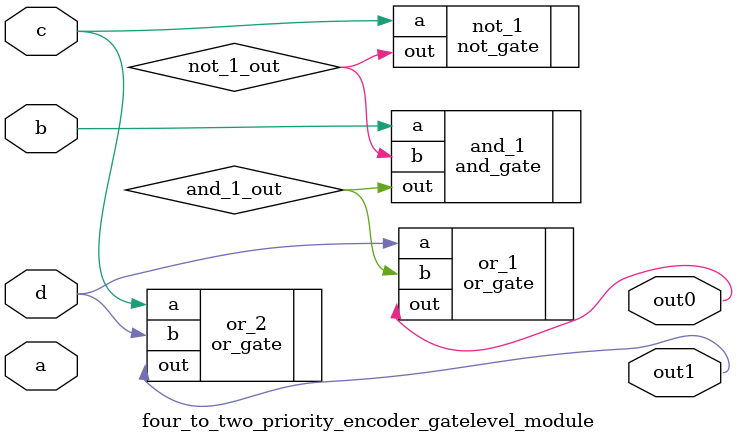
<source format=v>

module four_to_two_priority_encoder_gatelevel_module (a, b, c, d, out0, out1);
	input a, b, c, d;

	output out0, out1;
	wire not_1_out, and_1_out; // we have to conect two gates with these wires.
	
	//Fill this out
	not_gate not_1(.a(c), .out(not_1_out)); // c => c'
	and_gate and_1(.a(b), .b(not_1_out), .out(and_1_out)); // c' && b => and_1_out
	or_gate or_1(.a(d), .b(and_1_out), .out(out0)); // d + (c' && b) => out0
	or_gate or_2(.a(c), .b(d), .out(out1)); // c + d => out1

endmodule

</source>
